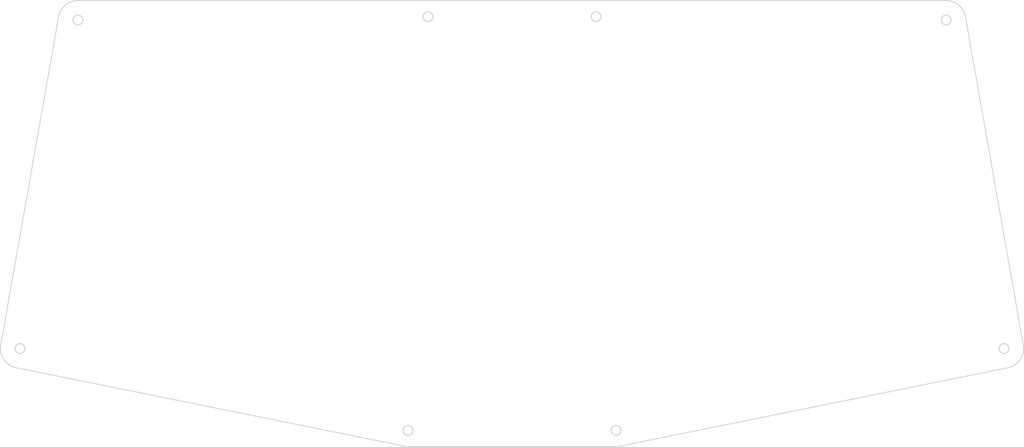
<source format=kicad_pcb>
(kicad_pcb (version 20200119) (host pcbnew "(5.99.0-1124-gd78759612)")

  (general
    (thickness 1.6)
    (drawings 456)
    (tracks 0)
    (modules 0)
    (nets 1)
  )

  (page "A4")
  (layers
    (0 "F.Cu" signal)
    (31 "B.Cu" signal)
    (32 "B.Adhes" user)
    (33 "F.Adhes" user)
    (34 "B.Paste" user)
    (35 "F.Paste" user)
    (36 "B.SilkS" user)
    (37 "F.SilkS" user)
    (38 "B.Mask" user)
    (39 "F.Mask" user)
    (40 "Dwgs.User" user)
    (41 "Cmts.User" user)
    (42 "Eco1.User" user)
    (43 "Eco2.User" user)
    (44 "Edge.Cuts" user)
    (45 "Margin" user)
    (46 "B.CrtYd" user)
    (47 "F.CrtYd" user)
    (48 "B.Fab" user)
    (49 "F.Fab" user)
  )

  (setup
    (last_trace_width 0.25)
    (trace_clearance 0.2)
    (zone_clearance 0.508)
    (zone_45_only no)
    (trace_min 0.2)
    (via_size 0.8)
    (via_drill 0.4)
    (via_min_size 0.4)
    (via_min_drill 0.3)
    (uvia_size 0.3)
    (uvia_drill 0.1)
    (uvias_allowed no)
    (uvia_min_size 0.2)
    (uvia_min_drill 0.1)
    (max_error 0.005)
    (defaults
      (edge_clearance 0.01)
      (edge_cuts_line_width 0.05)
      (courtyard_line_width 0.05)
      (copper_line_width 0.2)
      (copper_text_dims (size 1.5 1.5) (thickness 0.3))
      (silk_line_width 0.12)
      (silk_text_dims (size 1 1) (thickness 0.15))
      (other_layers_line_width 0.1)
      (other_layers_text_dims (size 1 1) (thickness 0.15))
      (dimension_units 0)
      (dimension_precision 1)
    )
    (pad_size 1.524 1.524)
    (pad_drill 0.762)
    (pad_to_mask_clearance 0.05)
    (aux_axis_origin 0 0)
    (visible_elements FFFFFF7F)
    (pcbplotparams
      (layerselection 0x010fc_ffffffff)
      (usegerberextensions false)
      (usegerberattributes false)
      (usegerberadvancedattributes false)
      (creategerberjobfile false)
      (excludeedgelayer true)
      (linewidth 0.100000)
      (plotframeref false)
      (viasonmask false)
      (mode 1)
      (useauxorigin false)
      (hpglpennumber 1)
      (hpglpenspeed 20)
      (hpglpendiameter 15.000000)
      (psnegative false)
      (psa4output false)
      (plotreference true)
      (plotvalue true)
      (plotinvisibletext false)
      (padsonsilk false)
      (subtractmaskfromsilk false)
      (outputformat 1)
      (mirror false)
      (drillshape 1)
      (scaleselection 1)
      (outputdirectory "")
    )
  )

  (net 0 "")

  (net_class "Default" "This is the default net class."
    (clearance 0.2)
    (trace_width 0.25)
    (via_dia 0.8)
    (via_drill 0.4)
    (uvia_dia 0.3)
    (uvia_drill 0.1)
  )

  (gr_line (start 135.600296 156.366394) (end 135.469284 156.230881) (layer "Edge.Cuts") (width 0.264582) (tstamp 1517d8cc-3ae1-4ad7-8506-ae85f67acc45))
  (gr_line (start 18.9003 131.293457) (end 18.757301 131.415604) (layer "Edge.Cuts") (width 0.264582) (tstamp dbaae3e2-378c-4387-99d3-1de7d595645f))
  (gr_line (start 136.444321 156.749436) (end 136.258301 156.716736) (layer "Edge.Cuts") (width 0.264582) (tstamp 4a73ec6e-4806-4dc6-af0d-90eb539a5f23))
  (gr_line (start 136.258301 156.716736) (end 136.078301 156.661042) (layer "Edge.Cuts") (width 0.264582) (tstamp 26304144-9409-45fe-bc71-0e53a80267c8))
  (gr_line (start 136.402443 153.773407) (end 136.590462 153.759003) (layer "Edge.Cuts") (width 0.264582) (tstamp cf292bb0-24f2-47af-b4ef-3248f693e81b))
  (gr_line (start 135.142281 155.560318) (end 135.116379 155.373764) (layer "Edge.Cuts") (width 0.264582) (tstamp d1cf5999-1661-4b48-a1d5-f0f8169f21c7))
  (gr_line (start 135.245461 154.639084) (end 135.334458 154.472779) (layer "Edge.Cuts") (width 0.264582) (tstamp 28cf5d33-b858-48e0-9a5f-69f157f5371f))
  (gr_line (start 135.116348 155.373764) (end 135.11335 155.18541) (layer "Edge.Cuts") (width 0.264582) (tstamp f0068daa-7ff5-4bec-9c75-009beb9f75d6))
  (gr_line (start 135.134461 154.998215) (end 135.178459 154.815171) (layer "Edge.Cuts") (width 0.264582) (tstamp aa64d7eb-d259-43ad-9b2a-3d3fbeb35aaa))
  (gr_line (start 18.067321 131.69986) (end 17.879312 131.714264) (layer "Edge.Cuts") (width 0.264582) (tstamp 75ee52a6-08c9-414c-afa9-92d248ea6226))
  (gr_line (start 136.77845 153.767838) (end 136.964462 153.800537) (layer "Edge.Cuts") (width 0.264582) (tstamp 08d3ec82-a1e0-4a87-a6e2-69b32d766de9))
  (gr_line (start 19.3353 130.474961) (end 19.291299 130.658066) (layer "Edge.Cuts") (width 0.264582) (tstamp 9f5eacfd-e22d-4a93-8415-7f8b69d72cf2))
  (gr_line (start 136.590462 153.758973) (end 136.77845 153.767975) (layer "Edge.Cuts") (width 0.264582) (tstamp 8308dc1c-9b3f-46dd-b201-0b9f7db606cd))
  (gr_line (start 19.291299 130.658066) (end 19.2243 130.834183) (layer "Edge.Cuts") (width 0.264582) (tstamp 2cffda90-6988-4a64-a913-a6b4226f14d9))
  (gr_line (start 19.2243 130.834183) (end 19.1363 131.000489) (layer "Edge.Cuts") (width 0.264582) (tstamp 495d7b64-96ab-432d-88ff-a842f784a8a6))
  (gr_line (start 135.442459 154.318802) (end 135.569458 154.179718) (layer "Edge.Cuts") (width 0.264582) (tstamp cb66f940-b0fe-49d5-9c88-819e26ab132e))
  (gr_line (start 135.263283 155.91626) (end 135.191284 155.742096) (layer "Edge.Cuts") (width 0.264582) (tstamp 046523e0-aa2d-474e-ae2a-eb0f1a52e728))
  (gr_line (start 135.7463 156.484452) (end 135.600296 156.366394) (layer "Edge.Cuts") (width 0.264582) (tstamp c2e30747-d718-4e2a-bd77-974cdf18d9a9))
  (gr_line (start 19.027301 131.154404) (end 18.9003 131.293457) (layer "Edge.Cuts") (width 0.264582) (tstamp cffba71b-eebe-405e-8d91-a88418f3cba7))
  (gr_line (start 18.757301 131.415604) (end 18.599311 131.518753) (layer "Edge.Cuts") (width 0.264582) (tstamp d86e40a1-7ce9-4057-ad1d-ce37ec638b0f))
  (gr_line (start 135.907303 156.583145) (end 135.7463 156.484452) (layer "Edge.Cuts") (width 0.264582) (tstamp 28e11a53-8cb5-461d-89d2-b9cef0ec9c03))
  (gr_line (start 18.251302 131.661957) (end 18.067321 131.69986) (layer "Edge.Cuts") (width 0.264582) (tstamp 0ce794be-6e88-4183-8368-4603868227c9))
  (gr_line (start 17.879312 131.714402) (end 17.691322 131.705399) (layer "Edge.Cuts") (width 0.264582) (tstamp f5ac87c3-7492-451d-a032-11b69a3db0c9))
  (gr_line (start 136.078301 156.661042) (end 135.907303 156.583145) (layer "Edge.Cuts") (width 0.264582) (tstamp 775dec47-c848-4da0-b3ba-00f9b5a162fb))
  (gr_line (start 135.569458 154.179718) (end 135.713448 154.057633) (layer "Edge.Cuts") (width 0.264582) (tstamp 557893ae-d305-45b0-8fd6-190443340b7a))
  (gr_line (start 135.334458 154.472779) (end 135.442459 154.318802) (layer "Edge.Cuts") (width 0.264582) (tstamp 7b2e4e46-fce3-4d92-9fdb-ecdf4d98d027))
  (gr_line (start 136.21846 153.811203) (end 136.402443 153.773407) (layer "Edge.Cuts") (width 0.264582) (tstamp 9806ad4e-0e83-4ed5-b371-a555448bdafa))
  (gr_line (start 135.713448 154.057633) (end 135.870445 153.954499) (layer "Edge.Cuts") (width 0.264582) (tstamp 82e21bbf-59a5-4ef3-ae37-7a642e837ee7))
  (gr_line (start 137.623451 154.150757) (end 137.753441 154.286255) (layer "Edge.Cuts") (width 0.264582) (tstamp e7c3925d-54d8-497b-ad92-8ea44b35aefe))
  (gr_line (start 137.31546 153.934037) (end 137.476471 154.03273) (layer "Edge.Cuts") (width 0.264582) (tstamp 09008067-506a-48ad-b733-c14180b13c4c))
  (gr_line (start 135.469284 156.230881) (end 135.356285 156.080063) (layer "Edge.Cuts") (width 0.264582) (tstamp accc5de1-0a4e-4bef-976d-07a4c257a44a))
  (gr_line (start 136.964462 153.800537) (end 137.144463 153.856232) (layer "Edge.Cuts") (width 0.264582) (tstamp f52576ab-13e9-4adf-b0a1-8926b60a92d0))
  (gr_line (start 135.113442 155.18541) (end 135.134339 154.998215) (layer "Edge.Cuts") (width 0.264582) (tstamp bad02a9c-8dc4-4da1-b09d-a6ba88c4dfc0))
  (gr_line (start 135.356285 156.080063) (end 135.263283 155.91626) (layer "Edge.Cuts") (width 0.264582) (tstamp 96465f96-be05-4262-b3b7-15957a706229))
  (gr_line (start 135.178459 154.815171) (end 135.245461 154.639084) (layer "Edge.Cuts") (width 0.264582) (tstamp bed1d92c-9c70-4572-8845-1b6fce8df245))
  (gr_line (start 135.191284 155.742096) (end 135.142281 155.560318) (layer "Edge.Cuts") (width 0.264582) (tstamp da6517a8-b776-4833-ad53-54563e889d57))
  (gr_line (start 136.040459 153.871903) (end 136.21846 153.811203) (layer "Edge.Cuts") (width 0.264582) (tstamp f9f27fa6-be35-4a82-a002-06c029b0a49c))
  (gr_line (start 18.430322 131.601258) (end 18.251302 131.661957) (layer "Edge.Cuts") (width 0.264582) (tstamp 2489953e-b8c2-4917-bbc6-967c160da084))
  (gr_line (start 137.476471 154.03273) (end 137.623451 154.150757) (layer "Edge.Cuts") (width 0.264582) (tstamp 45c79b50-c33c-4574-827d-dec15045bb76))
  (gr_line (start 19.20614 129.556977) (end 19.27814 129.73111) (layer "Edge.Cuts") (width 0.264582) (tstamp 3473e60e-20cb-4ed5-a37b-b314dc7e2a5f))
  (gr_line (start 135.870445 153.954499) (end 136.040459 153.871903) (layer "Edge.Cuts") (width 0.264582) (tstamp 389a7db1-280e-49f0-95c0-962554de9187))
  (gr_line (start 18.599311 131.518753) (end 18.430322 131.601258) (layer "Edge.Cuts") (width 0.264582) (tstamp 05144dc9-e882-448d-abd9-35416cf5ea8c))
  (gr_line (start 137.144463 153.856232) (end 137.31546 153.934037) (layer "Edge.Cuts") (width 0.264582) (tstamp 032ea292-9e90-40a8-91dd-970a0eabb0c0))
  (gr_line (start 19.27814 129.73111) (end 19.32714 129.912857) (layer "Edge.Cuts") (width 0.264582) (tstamp b902eb18-1c7f-42e4-bac7-c588f37b95d8))
  (gr_line (start 19.32714 129.912857) (end 19.35424 130.099411) (layer "Edge.Cuts") (width 0.264582) (tstamp 9100fa63-4e25-4323-b5e8-9ef30b0b03fd))
  (gr_line (start 19.35415 130.099411) (end 19.35715 130.287796) (layer "Edge.Cuts") (width 0.264582) (tstamp 8ffadc17-96b4-43ac-ab62-022c35ba998b))
  (gr_line (start 19.356311 130.287796) (end 19.33541 130.474961) (layer "Edge.Cuts") (width 0.264582) (tstamp ea207fe8-f086-4c4f-af55-458a662edb0e))
  (gr_line (start 19.1363 131.000489) (end 19.027301 131.154404) (layer "Edge.Cuts") (width 0.264582) (tstamp 84688fe3-34d8-4b7b-a9d9-70247bf1e7cb))
  (gr_line (start 300.820603 28.250412) (end 301.00058 28.194413) (layer "Edge.Cuts") (width 0.264582) (tstamp b5310f92-49aa-4405-9959-03e41fdf20f4))
  (gr_line (start 136.632599 156.758316) (end 136.444611 156.749314) (layer "Edge.Cuts") (width 0.264582) (tstamp b0c38757-131f-437f-8c78-66cf32d79b8e))
  (gr_line (start 300.342606 28.544411) (end 300.488571 28.426415) (layer "Edge.Cuts") (width 0.264582) (tstamp 003c1689-234f-41f8-931b-922f05774636))
  (gr_line (start 300.00557 28.994416) (end 300.098572 28.831406) (layer "Edge.Cuts") (width 0.264582) (tstamp f35cb056-5e0f-45dd-8ec0-6508f908b98f))
  (gr_line (start 300.310578 30.731408) (end 300.183579 30.592408) (layer "Edge.Cuts") (width 0.264582) (tstamp 06aa5f18-b345-4aeb-9b59-03919cdbc15c))
  (gr_line (start 300.183579 30.592408) (end 300.074555 30.438401) (layer "Edge.Cuts") (width 0.264582) (tstamp a8e6a2f0-3710-463c-b34e-d1b5fc230701))
  (gr_line (start 301.186615 28.161415) (end 301.374588 28.152413) (layer "Edge.Cuts") (width 0.264582) (tstamp 59a02748-765c-4b4d-8e95-3fb869583be7))
  (gr_line (start 299.919556 30.095391) (end 299.875549 29.9124) (layer "Edge.Cuts") (width 0.264582) (tstamp 28a7ac1c-9ebc-4ebe-a3a7-68afb3f1dd9c))
  (gr_line (start 302.094589 28.348313) (end 302.252579 28.451294) (layer "Edge.Cuts") (width 0.264582) (tstamp 13134415-cde6-4943-9d4f-fa15c472d4fb))
  (gr_line (start 137.753441 154.286255) (end 137.86644 154.437073) (layer "Edge.Cuts") (width 0.264582) (tstamp bfcb45c6-6787-4199-9a2f-1197bd939220))
  (gr_line (start 137.86644 154.437073) (end 137.959442 154.600876) (layer "Edge.Cuts") (width 0.264582) (tstamp c136bdd1-9d6e-4cf4-b21a-701b47479361))
  (gr_line (start 300.453583 30.853409) (end 300.310578 30.731408) (layer "Edge.Cuts") (width 0.264582) (tstamp 3fd393f3-9de3-4dbd-b2df-eae5de7a22d3))
  (gr_line (start 137.959442 154.600876) (end 138.031441 154.775071) (layer "Edge.Cuts") (width 0.264582) (tstamp 369e99c2-c763-4d7a-944b-e219f0f1f56b))
  (gr_line (start 138.031441 154.775071) (end 138.081444 154.956818) (layer "Edge.Cuts") (width 0.264582) (tstamp 0bfd4df4-83cc-466a-98ac-b11a02cdc533))
  (gr_line (start 138.109612 155.331726) (end 138.088715 155.518921) (layer "Edge.Cuts") (width 0.264582) (tstamp 4e3fad73-1ebd-4445-b81d-579207dd43c3))
  (gr_line (start 301.746597 28.204316) (end 301.925614 28.265313) (layer "Edge.Cuts") (width 0.264582) (tstamp 7ec47b31-5dc1-4095-b873-06ba2459381c))
  (gr_line (start 138.088608 155.518921) (end 138.044609 155.701996) (layer "Edge.Cuts") (width 0.264582) (tstamp 5e1cc73c-d95e-4095-b198-367d49cb9bd7))
  (gr_line (start 299.854508 29.725403) (end 299.857514 29.537415) (layer "Edge.Cuts") (width 0.264582) (tstamp 78c8b357-e9b0-4942-8cb1-fcd81f3fcc3b))
  (gr_line (start 301.00058 28.194413) (end 301.186615 28.161415) (layer "Edge.Cuts") (width 0.264582) (tstamp 4d250482-2515-4d37-8d62-0da043d8bd35))
  (gr_line (start 137.780586 156.198334) (end 137.653588 156.337418) (layer "Edge.Cuts") (width 0.264582) (tstamp e50d343a-c6d6-41cb-9b45-6e41ac5ef33a))
  (gr_line (start 137.51059 156.459534) (end 137.3526 156.562653) (layer "Edge.Cuts") (width 0.264582) (tstamp 1edc0cd0-7e91-4de5-b013-91ea2f580522))
  (gr_line (start 299.986557 30.2724) (end 299.919556 30.095391) (layer "Edge.Cuts") (width 0.264582) (tstamp e49cfeec-b2a4-4351-92c9-4a720a9219a0))
  (gr_line (start 138.107407 155.143372) (end 138.110405 155.331726) (layer "Edge.Cuts") (width 0.264582) (tstamp 61509f58-1f00-48ff-a842-59c0f9bb3013))
  (gr_line (start 137.653588 156.337418) (end 137.51059 156.459534) (layer "Edge.Cuts") (width 0.264582) (tstamp 3d35d956-eb25-473b-826b-d133819bf936))
  (gr_line (start 138.081444 154.956818) (end 138.107346 155.143372) (layer "Edge.Cuts") (width 0.264582) (tstamp 1e345c3c-bcb9-4334-af99-a6376ac888bf))
  (gr_line (start 137.3526 156.562653) (end 137.183609 156.645249) (layer "Edge.Cuts") (width 0.264582) (tstamp cd9abcd8-846c-46bb-b338-54a0f7300645))
  (gr_line (start 301.925614 28.265313) (end 302.094589 28.348313) (layer "Edge.Cuts") (width 0.264582) (tstamp 494731ef-bb13-4ac8-b131-cf287ecc1d17))
  (gr_line (start 299.857514 29.537415) (end 299.884613 29.350418) (layer "Edge.Cuts") (width 0.264582) (tstamp 6291f176-7a90-4f4b-8f11-43315f928e08))
  (gr_line (start 137.889588 156.044388) (end 137.780586 156.198334) (layer "Edge.Cuts") (width 0.264582) (tstamp 25747cb6-3756-440e-8675-d9e36bf6616a))
  (gr_line (start 300.611557 30.956391) (end 300.453583 30.853409) (layer "Edge.Cuts") (width 0.264582) (tstamp d6fbc02d-5714-4f7f-b54a-c8978186c70b))
  (gr_line (start 301.374588 28.152413) (end 301.562576 28.167313) (layer "Edge.Cuts") (width 0.264582) (tstamp a42cd0d8-26c8-4265-8a34-dd9bed4b8109))
  (gr_line (start 300.780579 31.039391) (end 300.611557 30.956391) (layer "Edge.Cuts") (width 0.264582) (tstamp f8b06ded-e32d-44b1-b078-64802cab688f))
  (gr_line (start 138.044609 155.701996) (end 137.977608 155.878067) (layer "Edge.Cuts") (width 0.264582) (tstamp e977f8e5-16e2-412a-96b4-7f5a4dd35ed0))
  (gr_line (start 137.977585 155.878067) (end 137.889588 156.044388) (layer "Edge.Cuts") (width 0.264582) (tstamp 4737e833-47e0-41ef-95d8-9fbe2baa925b))
  (gr_line (start 137.183609 156.645249) (end 137.004601 156.705948) (layer "Edge.Cuts") (width 0.264582) (tstamp 4c9e13e9-7ce2-48d8-b619-13853c3544a9))
  (gr_line (start 137.004601 156.705948) (end 136.820587 156.743851) (layer "Edge.Cuts") (width 0.264582) (tstamp 7cda45c7-38d6-4134-9208-36d9410220f9))
  (gr_line (start 136.820587 156.743851) (end 136.632599 156.758255) (layer "Edge.Cuts") (width 0.264582) (tstamp 79473ee9-4f6c-41dc-88fd-c9c09a3af552))
  (gr_line (start 301.143555 31.13739) (end 300.959564 31.099388) (layer "Edge.Cuts") (width 0.264582) (tstamp 298ae383-fe7c-49a8-bec4-9e337b20ccc6))
  (gr_line (start 300.959564 31.099388) (end 300.780579 31.039391) (layer "Edge.Cuts") (width 0.264582) (tstamp d8818667-8fc6-4c1e-abb8-c1bc3495f9af))
  (gr_line (start 300.074555 30.438401) (end 299.986557 30.2724) (layer "Edge.Cuts") (width 0.264582) (tstamp 76a23996-c9de-4985-af09-9480f8769af7))
  (gr_line (start 299.875549 29.9124) (end 299.854645 29.725403) (layer "Edge.Cuts") (width 0.264582) (tstamp 0efca401-8feb-4bf2-9314-09409f1c8d98))
  (gr_line (start 300.211579 28.680413) (end 300.342606 28.544411) (layer "Edge.Cuts") (width 0.264582) (tstamp 0f609839-bebe-405e-9e6b-b3b17ad31cdf))
  (gr_line (start 299.884567 29.350418) (end 299.933563 29.169396) (layer "Edge.Cuts") (width 0.264582) (tstamp c692c81a-ec0d-46b9-82b8-c0f0dbf0c8b5))
  (gr_line (start 300.649597 28.327416) (end 300.820603 28.250412) (layer "Edge.Cuts") (width 0.264582) (tstamp ad413aa3-c18a-4501-a7c1-f0b0324a4571))
  (gr_line (start 299.933563 29.169396) (end 300.00557 28.994416) (layer "Edge.Cuts") (width 0.264582) (tstamp c55a317b-22db-4ecb-8a87-20485e2d30bb))
  (gr_line (start 300.098572 28.831406) (end 300.211579 28.680413) (layer "Edge.Cuts") (width 0.264582) (tstamp c61548f7-8738-4d8a-8e4e-2a813b5ed1b9))
  (gr_line (start 300.488571 28.426415) (end 300.649597 28.327416) (layer "Edge.Cuts") (width 0.264582) (tstamp b5a1600c-11ad-448b-9db4-e08db211e031))
  (gr_line (start 301.562576 28.167313) (end 301.746597 28.204316) (layer "Edge.Cuts") (width 0.264582) (tstamp 2b64f7b6-abf0-4207-9a59-89da0b586a77))
  (gr_line (start 194.941849 27.290123) (end 195.098847 27.393143) (layer "Edge.Cuts") (width 0.264582) (tstamp 721f8545-67eb-4ce8-9e55-990b1bfc172a))
  (gr_line (start 195.54892 29.251122) (end 195.455918 29.415123) (layer "Edge.Cuts") (width 0.264582) (tstamp 6996f0d3-5046-446c-b292-866816f87b43))
  (gr_line (start 195.566834 27.974129) (end 195.633835 28.150116) (layer "Edge.Cuts") (width 0.264582) (tstamp c23428cc-71f7-431c-b947-25d6f4cd8c12))
  (gr_line (start 195.620926 29.077134) (end 195.54892 29.251122) (layer "Edge.Cuts") (width 0.264582) (tstamp f4ebb3aa-9b28-480c-aef2-a352592ce33d))
  (gr_line (start 195.455918 29.415123) (end 195.342911 29.566132) (layer "Edge.Cuts") (width 0.264582) (tstamp 072c7105-7479-4d8b-8161-ab762c30d3a4))
  (gr_line (start 318.875656 131.70047) (end 318.691605 131.662567) (layer "Edge.Cuts") (width 0.264582) (tstamp 729e7acb-bc83-4d19-bf5a-f51f16a3b432))
  (gr_line (start 195.064896 29.82013) (end 194.904907 29.918129) (layer "Edge.Cuts") (width 0.264582) (tstamp 87175fc5-f9c4-4c1e-8f98-89c0cc465574))
  (gr_line (start 195.098847 27.393143) (end 195.242859 27.515114) (layer "Edge.Cuts") (width 0.264582) (tstamp 23c228d7-de57-4f60-9cff-eea442df9ee9))
  (gr_line (start 195.242859 27.515114) (end 195.369858 27.654137) (layer "Edge.Cuts") (width 0.264582) (tstamp 5a666913-defe-4f8f-9354-64db09e5a94c))
  (gr_line (start 195.369858 27.654137) (end 195.477829 27.808129) (layer "Edge.Cuts") (width 0.264582) (tstamp fd986223-1009-449a-a35f-9d1b1f4f3514))
  (gr_line (start 195.477829 27.808129) (end 195.566834 27.974129) (layer "Edge.Cuts") (width 0.264582) (tstamp 44fe1ed8-f1f6-4c09-ba66-ac32ba531c39))
  (gr_line (start 195.633835 28.150116) (end 195.677841 28.333138) (layer "Edge.Cuts") (width 0.264582) (tstamp 9a352fde-d426-4224-8dd7-9eed62af35d6))
  (gr_line (start 194.904907 29.918129) (end 194.73291 29.996132) (layer "Edge.Cuts") (width 0.264582) (tstamp 75581837-aab7-4716-9199-6f9a21af35f2))
  (gr_line (start 195.677841 28.333138) (end 195.698746 28.521126) (layer "Edge.Cuts") (width 0.264582) (tstamp 739aa876-6264-411f-aa68-33cfe4c8a963))
  (gr_line (start 194.73291 29.996132) (end 194.552918 30.052132) (layer "Edge.Cuts") (width 0.264582) (tstamp 04b156fc-b0d8-468b-9dce-c603de9d822e))
  (gr_line (start 195.698868 28.521126) (end 195.695862 28.709145) (layer "Edge.Cuts") (width 0.264582) (tstamp 703a4633-a101-4cdd-91ae-e88fdd733639))
  (gr_line (start 195.695969 28.709145) (end 195.669968 28.896141) (layer "Edge.Cuts") (width 0.264582) (tstamp 37b603db-a099-4137-8a59-61e3cafcdc1f))
  (gr_line (start 195.669922 28.896141) (end 195.620926 29.077134) (layer "Edge.Cuts") (width 0.264582) (tstamp 6867782d-cbde-4ceb-9a7a-75821bea2305))
  (gr_line (start 195.211899 29.702141) (end 195.064896 29.82013) (layer "Edge.Cuts") (width 0.264582) (tstamp 4727d7db-ebf2-4ade-a40b-de5d03885a96))
  (gr_line (start 194.36792 30.085129) (end 194.179917 30.094132) (layer "Edge.Cuts") (width 0.264582) (tstamp 6aa03afc-2824-4126-962b-40e8140e95e0))
  (gr_line (start 194.179917 30.094132) (end 193.991928 30.079232) (layer "Edge.Cuts") (width 0.264582) (tstamp 7846b4bc-6be8-4021-84c7-737de59e388c))
  (gr_line (start 195.342911 29.566132) (end 195.211899 29.702141) (layer "Edge.Cuts") (width 0.264582) (tstamp efcc1a84-0758-48c3-aa11-06573ae2569a))
  (gr_line (start 194.552918 30.052132) (end 194.36792 30.085129) (layer "Edge.Cuts") (width 0.264582) (tstamp 1a0dbb8c-16df-4596-a770-dd36ae519b60))
  (gr_line (start 194.771866 27.207123) (end 194.941849 27.290123) (layer "Edge.Cuts") (width 0.264582) (tstamp 30c5bb43-4b2b-4f2a-8bdc-f3b86acea575))
  (gr_line (start 318.042618 131.294037) (end 317.915604 131.154953) (layer "Edge.Cuts") (width 0.264582) (tstamp aa86073b-ed23-4666-867b-807d726ea6ab))
  (gr_line (start 318.918595 128.724427) (end 319.106583 128.715424) (layer "Edge.Cuts") (width 0.264582) (tstamp b3cbe80d-00cc-4d80-a131-18dce773e06a))
  (gr_line (start 317.830582 129.393708) (end 317.943588 129.242844) (layer "Edge.Cuts") (width 0.264582) (tstamp 35a0d1db-a9e6-47b1-a54d-12d9f6936b38))
  (gr_line (start 317.915604 131.154953) (end 317.806626 131.001038) (layer "Edge.Cuts") (width 0.264582) (tstamp bb08ebd2-6cd6-439a-85bb-9fd01736857e))
  (gr_line (start 317.718613 130.834717) (end 317.651627 130.658631) (layer "Edge.Cuts") (width 0.264582) (tstamp 9294b9b9-29d2-478a-844d-f8b466f7bd29))
  (gr_line (start 317.651627 130.658631) (end 317.60762 130.475556) (layer "Edge.Cuts") (width 0.264582) (tstamp 25a3e226-538d-4590-a120-e8767f271ff9))
  (gr_line (start 317.589615 130.099945) (end 317.616715 129.913422) (layer "Edge.Cuts") (width 0.264582) (tstamp d81e75c1-0a69-4991-b551-eb824991bf4a))
  (gr_line (start 317.586624 130.288361) (end 317.589615 130.099945) (layer "Edge.Cuts") (width 0.264582) (tstamp e4d8c254-67bb-45cc-aab2-348bdbcb96aa))
  (gr_line (start 318.073593 129.107346) (end 318.220566 128.989319) (layer "Edge.Cuts") (width 0.264582) (tstamp 5ff2dab4-a576-49ea-893a-8bb7f2e1b1ac))
  (gr_line (start 318.552567 128.812821) (end 318.73259 128.757126) (layer "Edge.Cuts") (width 0.264582) (tstamp 818db20f-44d6-43bb-a8d8-b04c2941c11a))
  (gr_line (start 317.665604 129.731644) (end 317.737595 129.557511) (layer "Edge.Cuts") (width 0.264582) (tstamp 1deed75c-600b-4d81-9abe-460a20fcc2fc))
  (gr_line (start 317.737595 129.557511) (end 317.830582 129.393708) (layer "Edge.Cuts") (width 0.264582) (tstamp 416c0377-4c79-4d53-9f16-e49230b97185))
  (gr_line (start 317.60762 130.475556) (end 317.586716 130.288361) (layer "Edge.Cuts") (width 0.264582) (tstamp dca41df9-5edb-4d5b-9c16-d7773d65b734))
  (gr_line (start 317.616593 129.913422) (end 317.665604 129.731644) (layer "Edge.Cuts") (width 0.264582) (tstamp 68d6c09e-0a89-4fe1-902a-bef56f6fa6a5))
  (gr_line (start 317.943588 129.242844) (end 318.073593 129.107346) (layer "Edge.Cuts") (width 0.264582) (tstamp 2262b3b6-08a7-4fc7-bfbe-7a5032c0a737))
  (gr_line (start 318.220566 128.989319) (end 318.381577 128.890625) (layer "Edge.Cuts") (width 0.264582) (tstamp 47381ead-f486-494c-89e9-64ce64f21d8f))
  (gr_line (start 318.381577 128.890625) (end 318.552567 128.812821) (layer "Edge.Cuts") (width 0.264582) (tstamp 1a6ae5a4-e7cf-4832-8b9c-3d214b725dd3))
  (gr_line (start 319.106583 128.715561) (end 319.294602 128.729966) (layer "Edge.Cuts") (width 0.264582) (tstamp 9f73a997-02c9-49f6-bc38-8404641e2acc))
  (gr_line (start 318.73259 128.757126) (end 318.918595 128.724427) (layer "Edge.Cuts") (width 0.264582) (tstamp ba67f976-0e51-45be-a726-3d922ea4a4bb))
  (gr_line (start 318.691605 131.662567) (end 318.512589 131.601868) (layer "Edge.Cuts") (width 0.264582) (tstamp dae30b91-e5b4-4b39-b0db-9c5199fb2bcc))
  (gr_line (start 318.512589 131.601868) (end 318.343613 131.519364) (layer "Edge.Cuts") (width 0.264582) (tstamp d15cf146-bc03-406b-a920-a66c1692c9b7))
  (gr_line (start 318.343613 131.519364) (end 318.185654 131.416153) (layer "Edge.Cuts") (width 0.264582) (tstamp 99cd9c3a-0df9-47b4-b85a-9cd4f835c100))
  (gr_line (start 317.806626 131.001038) (end 317.718613 130.834717) (layer "Edge.Cuts") (width 0.264582) (tstamp 074c0098-7765-43bc-aa96-5cf80c536d97))
  (gr_line (start 318.185654 131.416153) (end 318.042618 131.294037) (layer "Edge.Cuts") (width 0.264582) (tstamp 9ac85ba4-5812-422f-a36a-9089b8fc45c8))
  (gr_line (start 319.826615 128.911164) (end 319.983597 129.014267) (layer "Edge.Cuts") (width 0.264582) (tstamp 9d6688ba-b5ab-4588-b0ae-9d6e845bb707))
  (gr_line (start 320.127609 129.136383) (end 320.254624 129.275467) (layer "Edge.Cuts") (width 0.264582) (tstamp 663d5d1b-3b2f-40dc-8dda-bb2981a8675b))
  (gr_line (start 319.983597 129.014267) (end 320.127609 129.136383) (layer "Edge.Cuts") (width 0.264582) (tstamp 671730eb-5c2c-4940-b00c-929619bf8e9c))
  (gr_line (start 320.362595 129.429398) (end 320.451584 129.595795) (layer "Edge.Cuts") (width 0.264582) (tstamp 41bdd42e-5aae-40fa-80e7-a0aa403421fe))
  (gr_line (start 320.583634 130.14206) (end 320.580643 130.330475) (layer "Edge.Cuts") (width 0.264582) (tstamp 7583e6c4-5f7b-460e-b1a5-6efe1c5d0e9e))
  (gr_line (start 320.51857 129.77179) (end 320.562576 129.954895) (layer "Edge.Cuts") (width 0.264582) (tstamp d10f5671-2931-40b9-8a07-d0328bde1942))
  (gr_line (start 320.451584 129.595795) (end 320.51857 129.77179) (layer "Edge.Cuts") (width 0.264582) (tstamp c955fa86-d3f7-4ea7-93c9-b0609adff51f))
  (gr_line (start 319.789749 131.539795) (end 319.618759 131.617691) (layer "Edge.Cuts") (width 0.264582) (tstamp d30ab2f9-1cd0-4d4d-bb9e-edba240a1550))
  (gr_line (start 320.580765 130.330475) (end 320.554856 130.516999) (layer "Edge.Cuts") (width 0.264582) (tstamp c9882db9-49ec-4437-bc62-946e3dd7d06c))
  (gr_line (start 320.554794 130.516999) (end 320.505783 130.698777) (layer "Edge.Cuts") (width 0.264582) (tstamp 8d336223-b06f-4d7d-86ee-64bc9c37c7a2))
  (gr_line (start 320.433792 130.872986) (end 320.340805 131.036713) (layer "Edge.Cuts") (width 0.264582) (tstamp ae26e0dd-8a9d-416d-b149-9308a8524cb8))
  (gr_line (start 320.562576 129.954895) (end 320.583481 130.14206) (layer "Edge.Cuts") (width 0.264582) (tstamp 1e8423eb-0fea-44ae-99a9-aa882c7b336c))
  (gr_line (start 320.505783 130.698777) (end 320.433792 130.872986) (layer "Edge.Cuts") (width 0.264582) (tstamp 14e128ce-1f3e-461b-84e3-3e63915aa843))
  (gr_line (start 320.340805 131.036713) (end 320.227799 131.187577) (layer "Edge.Cuts") (width 0.264582) (tstamp 8ab20507-604c-41de-ba99-e9bbe926c801))
  (gr_line (start 319.438767 131.673386) (end 319.252731 131.706086) (layer "Edge.Cuts") (width 0.264582) (tstamp 914cbe42-a01c-42f6-9fec-a3496c2f8a29))
  (gr_line (start 319.252731 131.706086) (end 319.064774 131.715088) (layer "Edge.Cuts") (width 0.264582) (tstamp a4f3c7dd-3792-4c57-9ab1-a983f0f475f0))
  (gr_line (start 319.294602 128.729966) (end 319.478623 128.767868) (layer "Edge.Cuts") (width 0.264582) (tstamp c669daaf-1600-4d62-aaac-ce839e6715ef))
  (gr_line (start 319.656571 128.828568) (end 319.826615 128.911164) (layer "Edge.Cuts") (width 0.264582) (tstamp c62a0fed-073d-4a00-b345-95d713393b30))
  (gr_line (start 320.227799 131.187577) (end 320.096787 131.323075) (layer "Edge.Cuts") (width 0.264582) (tstamp 7fab3528-5bbc-4141-afeb-0fc86ac429bc))
  (gr_line (start 320.096787 131.323075) (end 319.950791 131.441101) (layer "Edge.Cuts") (width 0.264582) (tstamp e226f47a-0109-43c6-81dc-0ef9c031fa6f))
  (gr_line (start 320.254624 129.275467) (end 320.362595 129.429398) (layer "Edge.Cuts") (width 0.264582) (tstamp 24c65bae-b50f-41da-8c8b-37eb89b7c58a))
  (gr_line (start 319.950791 131.441101) (end 319.789749 131.539795) (layer "Edge.Cuts") (width 0.264582) (tstamp d2acd4af-a284-4d14-bb40-e7055e8081b0))
  (gr_line (start 319.618759 131.617691) (end 319.438767 131.673386) (layer "Edge.Cuts") (width 0.264582) (tstamp d2e69f12-f101-41d0-84c4-fc082c025ae5))
  (gr_line (start 319.478623 128.767868) (end 319.656571 128.828568) (layer "Edge.Cuts") (width 0.264582) (tstamp 5bb02853-0af6-4e3b-9b31-58d63bc53d5b))
  (gr_line (start 198.834732 155.33226) (end 198.837738 155.143906) (layer "Edge.Cuts") (width 0.264582) (tstamp 325e2c4a-f7fb-465f-89f0-25fe44f79ada))
  (gr_line (start 199.320877 154.151352) (end 199.46788 154.033295) (layer "Edge.Cuts") (width 0.264582) (tstamp d9935bf9-2b0d-41bc-945a-f4200c6d5413))
  (gr_line (start 199.799896 153.856797) (end 199.979889 153.801102) (layer "Edge.Cuts") (width 0.264582) (tstamp 38c62f58-8465-4e97-a976-e6997768c1a3))
  (gr_line (start 198.836945 155.143906) (end 198.862839 154.957383) (layer "Edge.Cuts") (width 0.264582) (tstamp ade9139f-146b-4a58-8863-d8f379e8a50b))
  (gr_line (start 198.966751 155.878617) (end 198.89975 155.70253) (layer "Edge.Cuts") (width 0.264582) (tstamp da138e6e-0843-4673-9664-4b926341729b))
  (gr_line (start 198.855744 155.519455) (end 198.834839 155.33226) (layer "Edge.Cuts") (width 0.264582) (tstamp f2ce7a43-bbd2-4bfd-937d-5bd4921f0fba))
  (gr_line (start 199.077881 154.437622) (end 199.190888 154.286835) (layer "Edge.Cuts") (width 0.264582) (tstamp c3dd780f-e30b-4d69-90e3-ceaa47331ee0))
  (gr_line (start 199.628891 153.934601) (end 199.799896 153.856797) (layer "Edge.Cuts") (width 0.264582) (tstamp 13e34ecc-6b7b-4a6c-8f90-e5ea4607eb8c))
  (gr_line (start 199.190888 154.286835) (end 199.320877 154.151352) (layer "Edge.Cuts") (width 0.264582) (tstamp 5978023d-0ad3-45b0-aa69-5a9a3c6e5524))
  (gr_line (start 199.433746 156.460083) (end 199.290741 156.337967) (layer "Edge.Cuts") (width 0.264582) (tstamp cfa98e46-297e-4b4e-acb8-f2eb5c3ef392))
  (gr_line (start 198.984879 154.601426) (end 199.077881 154.437622) (layer "Edge.Cuts") (width 0.264582) (tstamp 4a1038fc-582b-47e5-aa10-8255e5a7bfbe))
  (gr_line (start 199.760758 156.645813) (end 199.591767 156.563218) (layer "Edge.Cuts") (width 0.264582) (tstamp 7e478c3d-83bc-40ae-b570-4153538d9fe1))
  (gr_line (start 199.979889 153.801102) (end 200.165863 153.768402) (layer "Edge.Cuts") (width 0.264582) (tstamp a8f71eb6-4e5d-4447-ac45-1d758658555a))
  (gr_line (start 199.591767 156.563218) (end 199.433746 156.460083) (layer "Edge.Cuts") (width 0.264582) (tstamp 65aacf31-90ce-4a12-a660-3813dd803014))
  (gr_line (start 199.46788 154.033295) (end 199.628891 153.934601) (layer "Edge.Cuts") (width 0.264582) (tstamp c886032d-0f3c-4e4d-be47-4adc50a96690))
  (gr_line (start 199.290741 156.337967) (end 199.163742 156.198883) (layer "Edge.Cuts") (width 0.264582) (tstamp 8bd9ef78-1402-4d5a-9dc1-b7bd08bbb042))
  (gr_line (start 319.064774 131.714981) (end 318.876785 131.700577) (layer "Edge.Cuts") (width 0.264582) (tstamp efd0df88-f693-4715-a358-cd65c0343f53))
  (gr_line (start 199.939743 156.706513) (end 199.760758 156.645813) (layer "Edge.Cuts") (width 0.264582) (tstamp 922865b2-d687-4fd7-97d3-38313aece367))
  (gr_line (start 199.163742 156.198883) (end 199.054749 156.044937) (layer "Edge.Cuts") (width 0.264582) (tstamp 8ebdc640-7bef-44f5-9d96-a6baeaea9858))
  (gr_line (start 198.912872 154.775605) (end 198.984879 154.601426) (layer "Edge.Cuts") (width 0.264582) (tstamp 39c17260-e9f6-4601-b4f6-3bb276f3bdb7))
  (gr_line (start 198.862869 154.957383) (end 198.912872 154.775605) (layer "Edge.Cuts") (width 0.264582) (tstamp 93262c86-0006-4143-8477-cce77a88b5b7))
  (gr_line (start 200.123749 156.744416) (end 199.939743 156.706513) (layer "Edge.Cuts") (width 0.264582) (tstamp faac6090-9a5d-4a2f-8da4-ec5a70538e8c))
  (gr_line (start 199.054749 156.044937) (end 198.966751 155.878617) (layer "Edge.Cuts") (width 0.264582) (tstamp a390f6b6-8bf2-4c29-a796-cf277b11cf35))
  (gr_line (start 198.89975 155.70253) (end 198.855744 155.519455) (layer "Edge.Cuts") (width 0.264582) (tstamp de7effa8-880a-4668-ad36-45044de92b1a))
  (gr_line (start 201.698883 154.639771) (end 201.765885 154.815842) (layer "Edge.Cuts") (width 0.264582) (tstamp 2fcb1e11-c2eb-49e4-add7-d7b1b8df56ed))
  (gr_line (start 201.474991 156.231552) (end 201.343979 156.367081) (layer "Edge.Cuts") (width 0.264582) (tstamp a3a69a48-2103-4938-9362-312fb54d3615))
  (gr_line (start 201.343979 156.367081) (end 201.197983 156.485108) (layer "Edge.Cuts") (width 0.264582) (tstamp 179e94bf-7e1a-41c3-92c9-f00ca3298a00))
  (gr_line (start 201.036972 156.583802) (end 200.865967 156.661606) (layer "Edge.Cuts") (width 0.264582) (tstamp ca417349-7930-4fe5-91a9-5047a57f3597))
  (gr_line (start 200.725876 153.81189) (end 200.90387 153.872589) (layer "Edge.Cuts") (width 0.264582) (tstamp d2d7fc23-b030-4152-bcf2-ba3aaa946039))
  (gr_line (start 200.90387 153.872589) (end 201.073883 153.955185) (layer "Edge.Cuts") (width 0.264582) (tstamp b64b78da-f5d0-4626-a200-2de35077f40d))
  (gr_line (start 201.830918 155.186081) (end 201.827912 155.374436) (layer "Edge.Cuts") (width 0.264582) (tstamp cec45674-f7ba-49af-867a-d275a96fd19c))
  (gr_line (start 201.681 155.916916) (end 201.587998 156.080719) (layer "Edge.Cuts") (width 0.264582) (tstamp 2e8cb681-a294-43fb-bb87-e2f7253aede9))
  (gr_line (start 201.809891 154.998917) (end 201.830795 155.186081) (layer "Edge.Cuts") (width 0.264582) (tstamp 5882fc64-7eba-4b57-ac9e-eb8fa10354d1))
  (gr_line (start 201.073883 153.955185) (end 201.23085 154.058304) (layer "Edge.Cuts") (width 0.264582) (tstamp 6f53b2e4-2b46-4c80-b047-cd60b1686fb8))
  (gr_line (start 201.23085 154.058304) (end 201.374863 154.18039) (layer "Edge.Cuts") (width 0.264582) (tstamp b79e2437-5ac4-4287-a33e-416983c458c1))
  (gr_line (start 201.501862 154.319474) (end 201.609879 154.47345) (layer "Edge.Cuts") (width 0.264582) (tstamp ad16c6f7-017c-44a6-9a58-c175c688bfd8))
  (gr_line (start 201.765885 154.815842) (end 201.809891 154.998917) (layer "Edge.Cuts") (width 0.264582) (tstamp e74a6189-93e8-42b4-a148-0cdbab45a217))
  (gr_line (start 201.802002 155.561005) (end 201.753006 155.742752) (layer "Edge.Cuts") (width 0.264582) (tstamp bd8e0a7e-20c3-43f6-a75f-7507b03cbabc))
  (gr_line (start 201.753006 155.742752) (end 201.681 155.916916) (layer "Edge.Cuts") (width 0.264582) (tstamp 0cb0fbb9-5a8e-4ed5-9217-edd6376325fd))
  (gr_line (start 201.197983 156.485108) (end 201.036972 156.583802) (layer "Edge.Cuts") (width 0.264582) (tstamp a949360d-122e-456b-a360-551b6448faeb))
  (gr_line (start 201.587998 156.080719) (end 201.474991 156.231552) (layer "Edge.Cuts") (width 0.264582) (tstamp 56087344-0fd5-426a-8ed0-a16d076ede71))
  (gr_line (start 200.165863 153.768402) (end 200.353882 153.7594) (layer "Edge.Cuts") (width 0.264582) (tstamp 476b786d-ad86-4f34-984f-23eb38b09174))
  (gr_line (start 200.353882 153.759537) (end 200.54187 153.773941) (layer "Edge.Cuts") (width 0.264582) (tstamp 4564844d-9a53-42ef-bda4-de0532bd4d0b))
  (gr_line (start 200.54187 153.773987) (end 200.725876 153.81189) (layer "Edge.Cuts") (width 0.264582) (tstamp f9e7cc73-47ec-4f06-9d17-3e53f70eb946))
  (gr_line (start 201.374863 154.18039) (end 201.501862 154.319474) (layer "Edge.Cuts") (width 0.264582) (tstamp a4ef9ee2-063d-488d-bca0-d6cd875197ef))
  (gr_line (start 201.609879 154.47345) (end 201.698883 154.639771) (layer "Edge.Cuts") (width 0.264582) (tstamp 43cfb455-5f51-4674-b2fc-5fa6940f8a79))
  (gr_line (start 201.828034 155.374436) (end 201.802033 155.561005) (layer "Edge.Cuts") (width 0.264582) (tstamp acb9530d-1793-4997-ba61-08627732563f))
  (gr_line (start 200.865967 156.661606) (end 200.685974 156.717301) (layer "Edge.Cuts") (width 0.264582) (tstamp 4f4ea671-b24b-4428-801a-b2e88d98ca47))
  (gr_line (start 303.638596 24.105584) (end 302.925614 23.862587) (layer "Edge.Cuts") (width 0.264582) (tstamp 9dcf8c94-efed-402f-b87f-8f2d619f1258))
  (gr_line (start 302.925614 23.862587) (end 302.187546 23.710579) (layer "Edge.Cuts") (width 0.264582) (tstamp 54cf0e53-6597-445d-8df6-d891c71e8ee7))
  (gr_line (start 307.261582 28.610573) (end 307.08458 27.878571) (layer "Edge.Cuts") (width 0.264582) (tstamp 001da40b-6326-4925-bb3d-5116f7cdec51))
  (gr_line (start 306.816574 27.173584) (end 306.46257 26.508583) (layer "Edge.Cuts") (width 0.264582) (tstamp 04201562-5d32-4ca8-8be9-c6f6842162fd))
  (gr_line (start 201.000519 160.1633) (end 201.742523 160.032471) (layer "Edge.Cuts") (width 0.264582) (tstamp 1869c74d-cebe-4d97-9809-8d4d3b25b9f1))
  (gr_line (start 15.727281 135.824051) (end 16.447252 136.046875) (layer "Edge.Cuts") (width 0.264582) (tstamp 3acbda8f-f1d1-4ba2-9461-268758475058))
  (gr_line (start 34.121151 29.95456) (end 34.094052 29.767563) (layer "Edge.Cuts") (width 0.264582) (tstamp 8cc5c208-a134-4054-b333-fbe85f150f71))
  (gr_line (start 35.423141 31.143563) (end 35.237131 31.110566) (layer "Edge.Cuts") (width 0.264582) (tstamp 97437e88-25c3-4b57-8ad6-433e6e557c7c))
  (gr_line (start 34.420971 28.712571) (end 34.547971 28.573571) (layer "Edge.Cuts") (width 0.264582) (tstamp b49fdc5d-8242-4fdf-ae04-0e9667755107))
  (gr_line (start 35.057131 31.054566) (end 34.886131 30.976563) (layer "Edge.Cuts") (width 0.264582) (tstamp ca0eeb20-365c-478a-a9f5-d7fce238d55a))
  (gr_line (start 34.448151 30.624565) (end 34.335151 30.473572) (layer "Edge.Cuts") (width 0.264582) (tstamp 75a40b62-716b-4d11-9603-0c608c6894d8))
  (gr_line (start 34.848961 28.348557) (end 35.017981 28.265557) (layer "Edge.Cuts") (width 0.264582) (tstamp 047f486e-0a26-46a0-ae0e-48adba882fb4))
  (gr_line (start 34.094141 29.767563) (end 34.091141 29.579552) (layer "Edge.Cuts") (width 0.264582) (tstamp 69d88432-41f9-43a1-8546-d2ea66d53b7c))
  (gr_line (start 34.311971 28.866578) (end 34.420971 28.712571) (layer "Edge.Cuts") (width 0.264582) (tstamp 68b65c18-90ef-40b1-b8cf-6eccf22441eb))
  (gr_line (start 34.15697 29.208565) (end 34.223971 29.032578) (layer "Edge.Cuts") (width 0.264582) (tstamp e74ca2ab-dc09-4b4e-ad13-f544d4d832ed))
  (gr_line (start 34.690971 28.451569) (end 34.848961 28.348557) (layer "Edge.Cuts") (width 0.264582) (tstamp e1eaa37c-bc5c-4d43-849b-4245aec4a83a))
  (gr_line (start 302.187546 23.710579) (end 301.436569 23.652581) (layer "Edge.Cuts") (width 0.264582) (tstamp 05de7ebb-93ab-436b-8118-84c2f1306698))
  (gr_line (start 305.520584 25.336579) (end 304.94661 24.848587) (layer "Edge.Cuts") (width 0.264582) (tstamp 155963f2-5868-4235-9866-255d59cecd06))
  (gr_line (start 34.57913 30.760567) (end 34.448151 30.624565) (layer "Edge.Cuts") (width 0.264582) (tstamp 5cb970fd-1262-4091-aad8-34b8bfe6c044))
  (gr_line (start 34.112971 29.391564) (end 34.15697 29.208565) (layer "Edge.Cuts") (width 0.264582) (tstamp bda721ab-0448-4d98-8f51-87a414dd7d87))
  (gr_line (start 34.547971 28.573571) (end 34.690971 28.451569) (layer "Edge.Cuts") (width 0.264582) (tstamp d04d69d3-27fa-4594-97b1-bb2d61f167dc))
  (gr_line (start 34.223971 29.032578) (end 34.311971 28.866578) (layer "Edge.Cuts") (width 0.264582) (tstamp c576caae-2dff-4946-8fb4-194973f30846))
  (gr_line (start 34.72515 30.878563) (end 34.57913 30.760567) (layer "Edge.Cuts") (width 0.264582) (tstamp b3f2140b-cee8-4fa5-ab10-6840cc37851e))
  (gr_line (start 34.170151 30.135552) (end 34.121151 29.95456) (layer "Edge.Cuts") (width 0.264582) (tstamp 054e7b78-68ea-4072-aabc-5f602ad98c62))
  (gr_line (start 304.94661 24.848587) (end 304.316574 24.435585) (layer "Edge.Cuts") (width 0.264582) (tstamp e40e34d0-64bf-42f0-9b20-01b7c24441da))
  (gr_line (start 200.247513 160.200104) (end 201.000519 160.1633) (layer "Edge.Cuts") (width 0.264582) (tstamp d5b03729-abc6-40db-bff2-21458a871516))
  (gr_line (start 304.316574 24.435585) (end 303.638596 24.105584) (layer "Edge.Cuts") (width 0.264582) (tstamp d4437b5e-2909-4425-a990-db1433a4ac61))
  (gr_line (start 35.237131 31.110566) (end 35.057131 31.054566) (layer "Edge.Cuts") (width 0.264582) (tstamp 9745b093-d878-48de-97fe-f8720769f97c))
  (gr_line (start 34.335151 30.473572) (end 34.242151 30.309571) (layer "Edge.Cuts") (width 0.264582) (tstamp dccd30a1-1d90-45fd-83b7-c571b78d2cbc))
  (gr_line (start 34.242151 30.309571) (end 34.170151 30.135552) (layer "Edge.Cuts") (width 0.264582) (tstamp 524a613f-b1c6-46a2-9e8a-7e8421be9d88))
  (gr_line (start 34.091931 29.579552) (end 34.11283 29.391564) (layer "Edge.Cuts") (width 0.264582) (tstamp 5f8e4265-6da4-4e39-a0ce-4cdbff68ddbf))
  (gr_line (start 307.08458 27.878571) (end 306.816574 27.173584) (layer "Edge.Cuts") (width 0.264582) (tstamp 90391d0a-f52f-4e73-86e5-d6d4aea9bd36))
  (gr_line (start 34.886131 30.976563) (end 34.72515 30.878563) (layer "Edge.Cuts") (width 0.264582) (tstamp a503df3f-d734-4914-825e-b87e1876ba88))
  (gr_line (start 37.088159 29.725541) (end 37.067259 29.912537) (layer "Edge.Cuts") (width 0.264582) (tstamp de193486-fc41-4bf1-a880-e6c425a5e7a1))
  (gr_line (start 36.162139 31.039536) (end 35.983159 31.099533) (layer "Edge.Cuts") (width 0.264582) (tstamp 35af65a1-5785-42cf-bd69-b5205ab8a245))
  (gr_line (start 142.209908 29.996163) (end 142.037888 29.91816) (layer "Edge.Cuts") (width 0.264582) (tstamp 2d342904-8a7c-413e-afe0-114636a24b52))
  (gr_line (start 35.61116 31.152504) (end 35.423169 31.143502) (layer "Edge.Cuts") (width 0.264582) (tstamp 01a6c266-a987-4016-a998-8da40047b329))
  (gr_line (start 142.001068 27.290184) (end 142.171082 27.207184) (layer "Edge.Cuts") (width 0.264582) (tstamp 8205287d-85b7-4ea1-ac45-88c37957dd1d))
  (gr_line (start 36.60096 28.544556) (end 36.73194 28.680558) (layer "Edge.Cuts") (width 0.264582) (tstamp 92330990-fc53-46fd-ba09-8a210545b834))
  (gr_line (start 37.067149 29.912537) (end 37.02315 30.095566) (layer "Edge.Cuts") (width 0.264582) (tstamp 16fce9b2-588a-4126-b4f4-58a6f80aea51))
  (gr_line (start 36.956149 30.272545) (end 36.868149 30.438546) (layer "Edge.Cuts") (width 0.264582) (tstamp 4eaf00b1-46d4-46d5-bd9b-ed6c7a08e2a4))
  (gr_line (start 141.309082 28.150162) (end 141.376084 27.974175) (layer "Edge.Cuts") (width 0.264582) (tstamp 11f1724a-dc2a-4ed7-9f47-01cdb07b5ffb))
  (gr_line (start 36.759159 30.592553) (end 36.632159 30.731545) (layer "Edge.Cuts") (width 0.264582) (tstamp 67a51476-8d0c-4ce8-a5e2-86bcc352d12a))
  (gr_line (start 143.095078 27.136086) (end 143.275078 27.192086) (layer "Edge.Cuts") (width 0.264582) (tstamp 22632ce3-12d1-4a23-a366-becc928a1f2e))
  (gr_line (start 142.037888 29.91816) (end 141.877899 29.82016) (layer "Edge.Cuts") (width 0.264582) (tstamp 04bb9ad9-aa9f-4ef7-b7c6-74232a416a6d))
  (gr_line (start 35.56896 28.152558) (end 35.75698 28.16156) (layer "Edge.Cuts") (width 0.264582) (tstamp b2bc6594-ea95-4db8-8208-874dc1d85835))
  (gr_line (start 37.058939 29.350563) (end 37.086039 29.53756) (layer "Edge.Cuts") (width 0.264582) (tstamp b9492bf7-0007-4e95-866b-344e97ea33ac))
  (gr_line (start 35.94296 28.194558) (end 36.12296 28.250557) (layer "Edge.Cuts") (width 0.264582) (tstamp 27d757c6-a836-4f3a-97fb-a8efeaf12f7e))
  (gr_line (start 142.721077 27.094086) (end 142.91008 27.103089) (layer "Edge.Cuts") (width 0.264582) (tstamp f38057cb-5493-4c07-a0ed-62eacc1ccb88))
  (gr_line (start 36.868149 30.438546) (end 36.759159 30.592553) (layer "Edge.Cuts") (width 0.264582) (tstamp aba3530a-304c-4b20-9916-b3c1908606ef))
  (gr_line (start 142.574906 30.08516) (end 142.389908 30.052163) (layer "Edge.Cuts") (width 0.264582) (tstamp 3a02d619-33eb-4d67-be24-003d8033e13b))
  (gr_line (start 141.844071 27.393166) (end 142.001068 27.290184) (layer "Edge.Cuts") (width 0.264582) (tstamp fed38ceb-55c5-4af4-97b9-48192f2f659c))
  (gr_line (start 141.393906 29.251168) (end 141.321907 29.077179) (layer "Edge.Cuts") (width 0.264582) (tstamp fbe2c39b-d3ad-4890-9130-ae5b0c922304))
  (gr_line (start 141.730889 29.702164) (end 141.599907 29.566162) (layer "Edge.Cuts") (width 0.264582) (tstamp 3a97d35b-6609-4141-85e3-1b0a1d91f12b))
  (gr_line (start 142.534081 27.108185) (end 142.721077 27.094086) (layer "Edge.Cuts") (width 0.264582) (tstamp 7b059177-f798-402c-a0a5-6cadf8a1fe0a))
  (gr_line (start 141.486908 29.415169) (end 141.393906 29.251168) (layer "Edge.Cuts") (width 0.264582) (tstamp b44324b6-ae59-44bd-827e-d60c0ea83de3))
  (gr_line (start 141.246971 28.70916) (end 141.243973 28.521172) (layer "Edge.Cuts") (width 0.264582) (tstamp b348960c-0f2c-459c-9b65-131d31eb4444))
  (gr_line (start 141.376084 27.974175) (end 141.46508 27.808174) (layer "Edge.Cuts") (width 0.264582) (tstamp adb58af0-a5de-4d8d-9484-5cd7eefdde9e))
  (gr_line (start 143.275078 27.192086) (end 143.44709 27.269089) (layer "Edge.Cuts") (width 0.264582) (tstamp a91d9f16-c76f-46c2-8844-d17a43d3ef0f))
  (gr_line (start 143.44709 27.269089) (end 143.607094 27.368088) (layer "Edge.Cuts") (width 0.264582) (tstamp 8bd6479a-3c6e-4d87-91c5-73e02c3bf90f))
  (gr_line (start 141.877899 29.82016) (end 141.730889 29.702164) (layer "Edge.Cuts") (width 0.264582) (tstamp e280d158-6e9a-422d-9172-b87665636aef))
  (gr_line (start 143.754097 27.486084) (end 143.885079 27.622086) (layer "Edge.Cuts") (width 0.264582) (tstamp ae108ee7-eb13-40bb-bf18-747938ce654e))
  (gr_line (start 142.91008 27.103089) (end 143.095078 27.136086) (layer "Edge.Cuts") (width 0.264582) (tstamp c16d1186-83bb-4437-aa53-c0498c46d12b))
  (gr_line (start 141.321907 29.077179) (end 141.272904 28.896157) (layer "Edge.Cuts") (width 0.264582) (tstamp 776758d8-a5b9-4793-a542-c83145e271da))
  (gr_line (start 37.085959 29.53756) (end 37.088959 29.725541) (layer "Edge.Cuts") (width 0.264582) (tstamp 0a4bcb0c-fe80-4677-be5d-bfa2e457f5d9))
  (gr_line (start 36.331169 30.956536) (end 36.162139 31.039536) (layer "Edge.Cuts") (width 0.264582) (tstamp b38ab78f-99d5-40c2-9358-580438a433ed))
  (gr_line (start 141.700081 27.515168) (end 141.844071 27.393166) (layer "Edge.Cuts") (width 0.264582) (tstamp 4b03e5ab-c6fa-4b03-8612-23659aeb6ca7))
  (gr_line (start 143.607094 27.368088) (end 143.754097 27.486084) (layer "Edge.Cuts") (width 0.264582) (tstamp 02f7f5fa-02ab-47b9-be8f-ef06b1db5830))
  (gr_line (start 36.489149 30.853554) (end 36.331169 30.956536) (layer "Edge.Cuts") (width 0.264582) (tstamp ca42b49d-f33b-4867-959b-675d47053331))
  (gr_line (start 35.983159 31.099533) (end 35.799179 31.137535) (layer "Edge.Cuts") (width 0.264582) (tstamp 73f65e86-c872-4830-affe-2d1db7a9d33e))
  (gr_line (start 141.265083 28.333161) (end 141.309082 28.150162) (layer "Edge.Cuts") (width 0.264582) (tstamp dbbfc23a-3bcc-4b99-9c97-e93dc39d4291))
  (gr_line (start 142.349083 27.146187) (end 142.534081 27.108185) (layer "Edge.Cuts") (width 0.264582) (tstamp 6931a1d5-7691-45d0-abc4-4d10c6355509))
  (gr_line (start 141.46508 27.808174) (end 141.573082 27.654168) (layer "Edge.Cuts") (width 0.264582) (tstamp d1f3388d-94ad-41aa-942b-d5b04089d7b9))
  (gr_line (start 143.885079 27.622086) (end 143.998085 27.773102) (layer "Edge.Cuts") (width 0.264582) (tstamp 645311e7-405d-4ecf-9c36-658f1995adaf))
  (gr_line (start 35.196961 28.20456) (end 35.38097 28.167557) (layer "Edge.Cuts") (width 0.264582) (tstamp c5fac795-756d-4ce4-a4ff-3a30b454b1f8))
  (gr_line (start 35.75698 28.16156) (end 35.94296 28.194558) (layer "Edge.Cuts") (width 0.264582) (tstamp a1b79a6d-0745-46a1-8eee-8739eee58433))
  (gr_line (start 36.12296 28.250557) (end 36.29396 28.327561) (layer "Edge.Cuts") (width 0.264582) (tstamp 049272f6-87ca-4b92-93c1-9d8376512914))
  (gr_line (start 36.45494 28.42656) (end 36.60096 28.544556) (layer "Edge.Cuts") (width 0.264582) (tstamp 85841e6a-a1f8-430f-9a5c-da56ee92e2c2))
  (gr_line (start 36.73194 28.680558) (end 36.844939 28.831551) (layer "Edge.Cuts") (width 0.264582) (tstamp 8872c3ed-8a3d-4f9d-8248-f3d9c9b26441))
  (gr_line (start 35.799179 31.137535) (end 35.61116 31.152535) (layer "Edge.Cuts") (width 0.264582) (tstamp 5eda9a5c-b764-4a8b-a352-e2ad97c914ed))
  (gr_line (start 37.009939 29.169571) (end 37.058939 29.350563) (layer "Edge.Cuts") (width 0.264582) (tstamp 996fc098-2f1c-4308-acd2-5b0eafa6c994))
  (gr_line (start 141.24408 28.521172) (end 141.264977 28.333161) (layer "Edge.Cuts") (width 0.264582) (tstamp 44b7608b-89ca-4f43-8e75-447857428cc6))
  (gr_line (start 36.93794 28.994561) (end 37.009939 29.169571) (layer "Edge.Cuts") (width 0.264582) (tstamp e6cc8188-43bb-4a6b-a418-b52e4deed73f))
  (gr_line (start 143.998085 27.773102) (end 144.091088 27.936081) (layer "Edge.Cuts") (width 0.264582) (tstamp 7cbc4388-fb1a-4076-b057-8f413f02fdcf))
  (gr_line (start 37.02315 30.095566) (end 36.956149 30.272545) (layer "Edge.Cuts") (width 0.264582) (tstamp abe273e3-d643-4c21-b630-5bc7be9ccc91))
  (gr_line (start 144.091088 27.936081) (end 144.162087 28.111092) (layer "Edge.Cuts") (width 0.264582) (tstamp e36638a3-077f-4ccc-b9e5-8fd6a7a6efbf))
  (gr_line (start 36.844939 28.831551) (end 36.93794 28.994561) (layer "Edge.Cuts") (width 0.264582) (tstamp 68525c3d-3ab1-4d20-a95a-3ed714049303))
  (gr_line (start 142.389908 30.052163) (end 142.209908 29.996163) (layer "Edge.Cuts") (width 0.264582) (tstamp 3077c7f3-047d-49d8-b817-2d8ebf6c8d50))
  (gr_line (start 141.272904 28.896157) (end 141.247002 28.70916) (layer "Edge.Cuts") (width 0.264582) (tstamp b2b64e5b-6c34-43ad-8dd6-d87a31c13648))
  (gr_line (start 141.573082 27.654168) (end 141.700081 27.515168) (layer "Edge.Cuts") (width 0.264582) (tstamp 3aa538eb-c850-4d78-b017-2811e7f845a4))
  (gr_line (start 144.162087 28.111092) (end 144.21209 28.292099) (layer "Edge.Cuts") (width 0.264582) (tstamp 6f372ebc-2618-4bf3-bf0a-7d99cea35679))
  (gr_line (start 35.017981 28.265557) (end 35.196961 28.20456) (layer "Edge.Cuts") (width 0.264582) (tstamp f9ade323-85da-4adf-931a-2a128bc36b4c))
  (gr_line (start 141.599907 29.566162) (end 141.486908 29.415169) (layer "Edge.Cuts") (width 0.264582) (tstamp 86db120c-7157-44d9-944a-3e2aa65a9712))
  (gr_line (start 142.171082 27.207184) (end 142.349083 27.146187) (layer "Edge.Cuts") (width 0.264582) (tstamp efe44eaf-2b18-49e3-9ea4-35e972e6a268))
  (gr_line (start 35.38097 28.167557) (end 35.56896 28.152558) (layer "Edge.Cuts") (width 0.264582) (tstamp 3aafc813-e69d-4c33-ad49-a38009ce6b48))
  (gr_line (start 36.632159 30.731545) (end 36.489149 30.853554) (layer "Edge.Cuts") (width 0.264582) (tstamp ff2acf80-ea7e-469f-8cb1-93f2ff19702b))
  (gr_line (start 36.29396 28.327561) (end 36.45494 28.42656) (layer "Edge.Cuts") (width 0.264582) (tstamp 15934a32-1f07-49cf-b351-e5ddb7a9b121))
  (gr_line (start 302.851608 29.579316) (end 302.848618 29.767296) (layer "Edge.Cuts") (width 0.264582) (tstamp c873bae5-e42a-437d-a3c0-b2db9f38fa92))
  (gr_line (start 302.700577 30.309304) (end 302.60759 30.473305) (layer "Edge.Cuts") (width 0.264582) (tstamp 070bebe0-f16e-46be-af57-52114bce1307))
  (gr_line (start 193.459961 29.897995) (end 193.301987 29.795014) (layer "Edge.Cuts") (width 0.264582) (tstamp 73809614-507b-4549-bd10-f7b8ada54f6f))
  (gr_line (start 192.730835 28.292015) (end 192.780838 28.111008) (layer "Edge.Cuts") (width 0.264582) (tstamp 95c851f3-f27d-4921-ada0-24aab307f47d))
  (gr_line (start 194.032837 27.103028) (end 194.221848 27.094025) (layer "Edge.Cuts") (width 0.264582) (tstamp fa98de8d-21f3-40d5-b076-8506f8bd8c8f))
  (gr_line (start 302.363602 30.7603) (end 302.217575 30.878296) (layer "Edge.Cuts") (width 0.264582) (tstamp 173be891-ce86-4929-a246-e8f3c8991047))
  (gr_line (start 192.851837 27.936028) (end 192.94484 27.773018) (layer "Edge.Cuts") (width 0.264582) (tstamp 282bb697-a6e9-4670-b58a-ddce3eb3724d))
  (gr_line (start 193.301987 29.795014) (end 193.158981 29.673005) (layer "Edge.Cuts") (width 0.264582) (tstamp 58c19c63-7a69-4068-aa68-443d997b906c))
  (gr_line (start 302.772568 30.135285) (end 302.700577 30.309304) (layer "Edge.Cuts") (width 0.264582) (tstamp b308960f-f7d5-4cad-9a08-3036d7397864))
  (gr_line (start 302.60759 30.473305) (end 302.494583 30.624298) (layer "Edge.Cuts") (width 0.264582) (tstamp e52f62e0-4b5f-44e2-9159-31d033f1715a))
  (gr_line (start 194.408844 27.108124) (end 194.593842 27.146126) (layer "Edge.Cuts") (width 0.264582) (tstamp 74fba385-4065-4c7c-ba0d-318eca9a00c3))
  (gr_line (start 192.922989 29.380005) (end 192.834992 29.213997) (layer "Edge.Cuts") (width 0.264582) (tstamp 6f3358a2-b097-4cf5-a445-f9affd389f35))
  (gr_line (start 194.221848 27.094025) (end 194.408844 27.108124) (layer "Edge.Cuts") (width 0.264582) (tstamp 42884a83-3968-4785-91c9-e9f419107fd2))
  (gr_line (start 302.494583 30.624298) (end 302.363602 30.7603) (layer "Edge.Cuts") (width 0.264582) (tstamp 01ce2227-ec78-425d-87be-7d5e73097d3c))
  (gr_line (start 193.158981 29.673005) (end 193.031983 29.534012) (layer "Edge.Cuts") (width 0.264582) (tstamp 84eeffd1-cb1f-400c-9e07-e7c64fddcf7e))
  (gr_line (start 193.057846 27.622025) (end 193.188858 27.486016) (layer "Edge.Cuts") (width 0.264582) (tstamp fcde7fbd-7263-4bbe-b67f-1e54c9eab237))
  (gr_line (start 302.217575 30.878296) (end 302.056595 30.976296) (layer "Edge.Cuts") (width 0.264582) (tstamp 8ab5be06-6204-495c-b5f7-a2d7b9d2e255))
  (gr_line (start 302.056595 30.976296) (end 301.885575 31.054299) (layer "Edge.Cuts") (width 0.264582) (tstamp dd01fced-7c20-4b48-aad5-a5beb7f1f432))
  (gr_line (start 301.885575 31.054299) (end 301.705612 31.110299) (layer "Edge.Cuts") (width 0.264582) (tstamp 26743834-7bc3-4ded-9b7a-a1badfacaecd))
  (gr_line (start 301.705612 31.110299) (end 301.519577 31.143296) (layer "Edge.Cuts") (width 0.264582) (tstamp dabba0ce-eba1-4a43-8764-28b61b13b5b4))
  (gr_line (start 193.991989 30.078995) (end 193.806992 30.040993) (layer "Edge.Cuts") (width 0.264582) (tstamp 51f3f41e-9dfc-4759-9158-a4a7340e48f5))
  (gr_line (start 193.806992 30.040993) (end 193.628998 29.980996) (layer "Edge.Cuts") (width 0.264582) (tstamp a900b2d3-8848-4235-b6b0-d1878dc8ac9d))
  (gr_line (start 192.701981 28.667) (end 192.704987 28.479012) (layer "Edge.Cuts") (width 0.264582) (tstamp ba86d871-b189-4728-b5a7-c01c1724cedd))
  (gr_line (start 193.628998 29.980996) (end 193.459961 29.897995) (layer "Edge.Cuts") (width 0.264582) (tstamp 197d1aef-57be-49c4-bd2b-1107c2ded27b))
  (gr_line (start 193.188858 27.486016) (end 193.335861 27.368027) (layer "Edge.Cuts") (width 0.264582) (tstamp dd68986b-87b9-4ea7-9d26-e5b5e134df45))
  (gr_line (start 192.76799 29.036995) (end 192.722992 28.853997) (layer "Edge.Cuts") (width 0.264582) (tstamp 3bc367fb-9a44-4f17-99e0-129f3bc3f7a0))
  (gr_line (start 193.84784 27.136025) (end 194.032837 27.103028) (layer "Edge.Cuts") (width 0.264582) (tstamp 9be27f93-68c2-4023-9134-81b37bb7a31e))
  (gr_line (start 193.335861 27.368027) (end 193.49585 27.269028) (layer "Edge.Cuts") (width 0.264582) (tstamp ba9a3602-e07b-498b-a8cc-4ac5d0551811))
  (gr_line (start 192.94484 27.773018) (end 193.057846 27.622025) (layer "Edge.Cuts") (width 0.264582) (tstamp 8b42b1ba-9234-4dd4-ab9f-79fab46cdc3e))
  (gr_line (start 192.722992 28.853997) (end 192.702088 28.667) (layer "Edge.Cuts") (width 0.264582) (tstamp bda64859-aa82-4923-bf4b-d587a3d637dc))
  (gr_line (start 302.252579 28.451294) (end 302.395584 28.573304) (layer "Edge.Cuts") (width 0.264582) (tstamp c2a93b55-a2f1-4219-ad37-60b165e1a664))
  (gr_line (start 194.593842 27.146126) (end 194.771866 27.207123) (layer "Edge.Cuts") (width 0.264582) (tstamp 73297909-31df-49f9-851d-375e0e6edcd4))
  (gr_line (start 302.395584 28.573304) (end 302.522598 28.712296) (layer "Edge.Cuts") (width 0.264582) (tstamp 7afb8c0a-92e5-402c-a86b-df1e47600642))
  (gr_line (start 301.519577 31.143296) (end 301.331589 31.152298) (layer "Edge.Cuts") (width 0.264582) (tstamp 64fe7cfd-0cb0-468f-87a4-eb5542065601))
  (gr_line (start 192.780838 28.111008) (end 192.851837 27.936028) (layer "Edge.Cuts") (width 0.264582) (tstamp f638a498-9028-4cd5-a5fc-d90aa5e62497))
  (gr_line (start 302.522598 28.712296) (end 302.631607 28.866303) (layer "Edge.Cuts") (width 0.264582) (tstamp 8bb5a631-6514-4e89-abdf-0a7bc08dfb19))
  (gr_line (start 193.667847 27.192025) (end 193.84784 27.136025) (layer "Edge.Cuts") (width 0.264582) (tstamp a5571e40-8a45-4799-b32b-3564b409010f))
  (gr_line (start 302.631607 28.866303) (end 302.71962 29.032303) (layer "Edge.Cuts") (width 0.264582) (tstamp 5e32b06e-9746-4e3f-92e1-991b68963773))
  (gr_line (start 302.71962 29.032303) (end 302.786606 29.208306) (layer "Edge.Cuts") (width 0.264582) (tstamp b8bb935d-4177-4550-acd8-156c583574a5))
  (gr_line (start 301.331589 31.152298) (end 301.14357 31.137299) (layer "Edge.Cuts") (width 0.264582) (tstamp 82ea6e04-267e-4f66-bc19-271171b13ef0))
  (gr_line (start 193.49585 27.269028) (end 193.667847 27.192025) (layer "Edge.Cuts") (width 0.264582) (tstamp 72985a92-dc66-4d6e-af41-c3c5b5474929))
  (gr_line (start 193.031983 29.534012) (end 192.922989 29.380005) (layer "Edge.Cuts") (width 0.264582) (tstamp dd76075a-aceb-4a3f-a27b-fd8f48b3bfce))
  (gr_line (start 302.786606 29.208306) (end 302.830612 29.391297) (layer "Edge.Cuts") (width 0.264582) (tstamp 62b601c5-69ec-4436-9d9f-4bb8adfd9b54))
  (gr_line (start 192.70488 28.479012) (end 192.730774 28.292015) (layer "Edge.Cuts") (width 0.264582) (tstamp 30d57785-fab8-4471-89bd-804b172de607))
  (gr_line (start 302.848618 29.767296) (end 302.821518 29.954308) (layer "Edge.Cuts") (width 0.264582) (tstamp ef82e718-41ac-47bd-8a7f-806822d6c0ff))
  (gr_line (start 302.821579 29.954308) (end 302.772568 30.135285) (layer "Edge.Cuts") (width 0.264582) (tstamp f9771f2b-2004-491c-a9b6-c8bfac892d27))
  (gr_line (start 192.834992 29.213997) (end 192.76799 29.036995) (layer "Edge.Cuts") (width 0.264582) (tstamp 2cadf21f-149e-4d1b-98e7-9c2809b838a2))
  (gr_line (start 302.830612 29.391297) (end 302.851517 29.579316) (layer "Edge.Cuts") (width 0.264582) (tstamp 9ac6dc4e-d631-4d46-a880-628e4f9e6972))
  (gr_line (start 135.942063 160.16333) (end 136.695053 160.200135) (layer "Edge.Cuts") (width 0.264582) (tstamp 6c05ab43-2355-4b67-88b6-27763c5af749))
  (gr_line (start 324.96135 131.421585) (end 325.066361 130.675415) (layer "Edge.Cuts") (width 0.264582) (tstamp 676bcecc-2a40-4533-a731-c8a22cda9bf8))
  (gr_line (start 12.465074 132.845322) (end 12.838052 133.500489) (layer "Edge.Cuts") (width 0.264582) (tstamp 9fb37e9c-59b1-4fa8-9414-a9b7c21cde25))
  (gr_line (start 322.542374 135.117997) (end 323.130356 134.645844) (layer "Edge.Cuts") (width 0.264582) (tstamp 71c7c364-d271-412e-b505-c5d86ff8d404))
  (gr_line (start 320.495407 136.046891) (end 321.215408 135.824067) (layer "Edge.Cuts") (width 0.264582) (tstamp 10350847-a178-4f63-9e08-a08b0e874a0d))
  (gr_line (start 136.695061 160.200119) (end 200.24733 160.200119) (layer "Edge.Cuts") (width 0.264582) (tstamp 35e55a52-6216-43d1-a52b-9fb63929cf02))
  (gr_line (start 34.017089 23.862587) (end 33.304079 24.105584) (layer "Edge.Cuts") (width 0.264582) (tstamp 9c7d73d7-cb9b-4964-ac85-ea7830867b2f))
  (gr_line (start 325.066361 130.675415) (end 325.077469 129.921997) (layer "Edge.Cuts") (width 0.264582) (tstamp 2bfecbe4-d1c9-419b-822c-08bd1f01aa49))
  (gr_line (start 11.949071 129.173172) (end 11.865072 129.921967) (layer "Edge.Cuts") (width 0.264582) (tstamp a44378ef-448c-47aa-bac6-087c94472164))
  (gr_line (start 323.653366 134.103775) (end 324.104386 133.500458) (layer "Edge.Cuts") (width 0.264582) (tstamp 35d8f4ea-dcf8-4301-b3dd-3d928eb3bf77))
  (gr_line (start 29.85809 27.878579) (end 29.68108 28.610581) (layer "Edge.Cuts") (width 0.264582) (tstamp 577407a5-b144-46bb-be2d-d8800c44b44b))
  (gr_line (start 324.477402 132.845322) (end 324.764389 132.148697) (layer "Edge.Cuts") (width 0.264582) (tstamp 39b0d909-72e2-4c74-b1f1-fe86326f3fc1))
  (gr_line (start 12.178083 132.148682) (end 12.465074 132.845322) (layer "Edge.Cuts") (width 0.264582) (tstamp e07a2caa-d651-4dd6-a2da-c9961d5ede0e))
  (gr_line (start 13.812061 134.645813) (end 14.400071 135.117997) (layer "Edge.Cuts") (width 0.264582) (tstamp 21607765-e7e3-49e0-8484-e37ae6a45314))
  (gr_line (start 135.200073 160.032502) (end 135.942063 160.16333) (layer "Edge.Cuts") (width 0.264582) (tstamp bb4a9c36-937b-4a15-9a94-df57d22343aa))
  (gr_line (start 201.742356 160.032502) (end 320.495346 136.046906) (layer "Edge.Cuts") (width 0.264582) (tstamp f2e45231-9aff-41a6-9f79-174220ee67b5))
  (gr_line (start 321.901413 135.512802) (end 322.542435 135.117966) (layer "Edge.Cuts") (width 0.264582) (tstamp b5525989-00f6-41e1-ae85-c34ac87aecf9))
  (gr_line (start 324.993546 129.173188) (end 307.261582 28.610581) (layer "Edge.Cuts") (width 0.264582) (tstamp 6bb1f344-9bbe-41e1-8f71-dfd9b4e88c36))
  (gr_line (start 29.681062 28.610573) (end 11.94906 129.173157) (layer "Edge.Cuts") (width 0.264582) (tstamp 073781e8-0845-4eeb-8605-59b269adf045))
  (gr_line (start 30.480079 26.508591) (end 30.126089 27.173561) (layer "Edge.Cuts") (width 0.264582) (tstamp 6ea2c502-20c2-49e8-98b8-f7149929af08))
  (gr_line (start 11.876073 130.675415) (end 11.981061 131.421585) (layer "Edge.Cuts") (width 0.264582) (tstamp 39ca62f4-105d-4672-a4c5-73944917291a))
  (gr_line (start 31.9961 24.848587) (end 31.422079 25.336579) (layer "Edge.Cuts") (width 0.264582) (tstamp f341c725-412f-48cb-9ba9-7ac65bedb890))
  (gr_line (start 13.289073 134.103791) (end 13.812062 134.645798) (layer "Edge.Cuts") (width 0.264582) (tstamp e00c3e07-8b91-47f4-84b4-06eeb1664024))
  (gr_line (start 32.626083 24.435578) (end 31.996083 24.84858) (layer "Edge.Cuts") (width 0.264582) (tstamp f7d35f51-9203-4be1-86cd-72e4cdbde80c))
  (gr_line (start 16.447072 136.046875) (end 135.200073 160.032471) (layer "Edge.Cuts") (width 0.264582) (tstamp 88fba51c-92e3-404a-a0d9-f05e98b3d356))
  (gr_line (start 30.914079 25.892586) (end 30.480079 26.508591) (layer "Edge.Cuts") (width 0.264582) (tstamp 0015bd09-cb77-443d-97db-50b72c1e4f98))
  (gr_line (start 324.764389 132.148697) (end 324.96135 131.421585) (layer "Edge.Cuts") (width 0.264582) (tstamp 1aac40ad-8614-4d51-a7db-0312ab7bbaaa))
  (gr_line (start 30.126089 27.173561) (end 29.85809 27.878579) (layer "Edge.Cuts") (width 0.264582) (tstamp 9e30f380-c135-4874-bd61-69cfdddcb89a))
  (gr_line (start 11.865072 129.921967) (end 11.876073 130.675415) (layer "Edge.Cuts") (width 0.264582) (tstamp 7f8475ae-d5b7-442a-bcf5-d06713fe9aa0))
  (gr_line (start 325.077439 129.921997) (end 324.993424 129.173203) (layer "Edge.Cuts") (width 0.264582) (tstamp 70110ef2-7f59-4825-af57-b9422ef0ee57))
  (gr_line (start 12.838052 133.500489) (end 13.289071 134.103806) (layer "Edge.Cuts") (width 0.264582) (tstamp c595a887-9be6-4b07-8c6d-2737281669aa))
  (gr_line (start 14.400071 135.117997) (end 15.041051 135.512833) (layer "Edge.Cuts") (width 0.264582) (tstamp c1356334-b591-4135-8c62-f9f70922bbfe))
  (gr_line (start 323.130356 134.645844) (end 323.653366 134.103806) (layer "Edge.Cuts") (width 0.264582) (tstamp 45a5c154-5d18-42bd-9cd3-526078fb726f))
  (gr_line (start 15.041051 135.512833) (end 15.727081 135.824097) (layer "Edge.Cuts") (width 0.264582) (tstamp 33f8238f-f596-4453-8e25-c11de18fd8c5))
  (gr_line (start 306.02858 25.892586) (end 305.520584 25.336579) (layer "Edge.Cuts") (width 0.264582) (tstamp 80bef86b-661a-45da-b2a2-2db5297b1891))
  (gr_line (start 34.7551 23.710579) (end 34.017089 23.862587) (layer "Edge.Cuts") (width 0.264582) (tstamp 09ce907c-f574-4c21-aa5d-4bdad47228b1))
  (gr_line (start 321.215408 135.824067) (end 321.901413 135.512802) (layer "Edge.Cuts") (width 0.264582) (tstamp 23cd9cf9-3836-4c81-a965-0fc1d1157154))
  (gr_line (start 301.436356 23.652581) (end 35.506081 23.652581) (layer "Edge.Cuts") (width 0.264582) (tstamp 3ead5ee2-9962-4331-96f3-e35c270d8cd3))
  (gr_line (start 306.462357 26.508583) (end 306.028336 25.892578) (layer "Edge.Cuts") (width 0.264582) (tstamp ad7e1ddc-a1e7-433d-8750-e2a37d4df8e4))
  (gr_line (start 11.981061 131.42157) (end 12.178083 132.148667) (layer "Edge.Cuts") (width 0.264582) (tstamp 113ad8f7-4bce-4feb-ab15-393e381a7868))
  (gr_line (start 35.506089 23.652581) (end 34.7551 23.710579) (layer "Edge.Cuts") (width 0.264582) (tstamp 2fcd279a-096d-4a81-ae67-091c946efe70))
  (gr_line (start 31.422079 25.336579) (end 30.914079 25.892586) (layer "Edge.Cuts") (width 0.264582) (tstamp ee47e12a-7eed-43de-b3a9-0a71e37ecc51))
  (gr_line (start 33.304063 24.105576) (end 32.626083 24.435578) (layer "Edge.Cuts") (width 0.264582) (tstamp 96c15962-8317-4f48-9274-8974367e5e18))
  (gr_line (start 324.104386 133.500489) (end 324.477402 132.845322) (layer "Edge.Cuts") (width 0.264582) (tstamp 38648d52-bf58-4e92-a864-8239815d6b81))
  (gr_line (start 16.603067 131.036118) (end 16.510066 130.872437) (layer "Edge.Cuts") (width 0.264582) (tstamp d6380be8-3264-4b1f-a508-250224fc73a1))
  (gr_line (start 18.025117 128.723893) (end 18.211127 128.756592) (layer "Edge.Cuts") (width 0.264582) (tstamp 64e65f13-f08d-4561-a75f-03be46421451))
  (gr_line (start 16.960128 129.013687) (end 17.117128 128.91063) (layer "Edge.Cuts") (width 0.264582) (tstamp 8571fc52-7348-4071-9ae5-4aa0e02d159f))
  (gr_line (start 18.723138 128.988785) (end 18.870118 129.106781) (layer "Edge.Cuts") (width 0.264582) (tstamp 9dc96904-e894-47c5-8b5f-065c29c40c93))
  (gr_line (start 16.716037 131.186997) (end 16.603067 131.036118) (layer "Edge.Cuts") (width 0.264582) (tstamp fe4ce2a0-5eb2-4007-a7c0-8075b521685f))
  (gr_line (start 144.219895 28.854088) (end 144.174896 29.037079) (layer "Edge.Cuts") (width 0.264582) (tstamp 6ab4a0d4-e8a4-4c8e-830b-0b8ad8c1c0d9))
  (gr_line (start 18.391137 128.812287) (end 18.562127 128.890091) (layer "Edge.Cuts") (width 0.264582) (tstamp fed8fac0-5e42-4e79-bb89-306755fb870c))
  (gr_line (start 18.870118 129.106781) (end 19.000138 129.242264) (layer "Edge.Cuts") (width 0.264582) (tstamp 36481f8e-4184-4973-a460-c41e6104a019))
  (gr_line (start 144.174896 29.037079) (end 144.107895 29.214089) (layer "Edge.Cuts") (width 0.264582) (tstamp da144fe6-e9ad-45ba-b867-41d2f88d5549))
  (gr_line (start 143.482887 29.898087) (end 143.313889 29.981087) (layer "Edge.Cuts") (width 0.264582) (tstamp 45db6484-f57c-409e-b2ae-cdd5ceac0ae6))
  (gr_line (start 17.505046 131.672806) (end 17.325046 131.617112) (layer "Edge.Cuts") (width 0.264582) (tstamp 98e125ff-833e-4048-b266-f7ad9dd8d5a8))
  (gr_line (start 16.816138 129.135834) (end 16.960128 129.013687) (layer "Edge.Cuts") (width 0.264582) (tstamp 6ef30d00-7a1e-407e-ad69-3410d1719013))
  (gr_line (start 16.360116 130.141495) (end 16.381017 129.9543) (layer "Edge.Cuts") (width 0.264582) (tstamp 3a16a81f-6817-4361-97ac-11158ea67e85))
  (gr_line (start 17.325046 131.617112) (end 17.154046 131.539215) (layer "Edge.Cuts") (width 0.264582) (tstamp a265b04d-5a39-47ae-9af0-6c90ca4bfead))
  (gr_line (start 142.950897 30.079087) (end 142.762879 30.093987) (layer "Edge.Cuts") (width 0.264582) (tstamp 1d0aa6de-af42-44fb-8ba8-79d9a37030ec))
  (gr_line (start 18.211127 128.756592) (end 18.391137 128.812287) (layer "Edge.Cuts") (width 0.264582) (tstamp 1e2ce1e1-1007-498b-bb46-7b1d943b3f9e))
  (gr_line (start 18.562127 128.890091) (end 18.723138 128.988785) (layer "Edge.Cuts") (width 0.264582) (tstamp 031f8fcc-b08e-477b-bf00-31e807a089af))
  (gr_line (start 144.238022 28.479073) (end 144.24102 28.667092) (layer "Edge.Cuts") (width 0.264582) (tstamp 96b92342-f260-4e3a-96e9-2eb678ad3c2a))
  (gr_line (start 144.107895 29.214089) (end 144.019898 29.380097) (layer "Edge.Cuts") (width 0.264582) (tstamp a2ef39d7-116d-4de2-9a9d-251ffbadcf8a))
  (gr_line (start 143.910904 29.534073) (end 143.783905 29.673096) (layer "Edge.Cuts") (width 0.264582) (tstamp 69f2b4d0-f67e-42b6-b2f5-4a4f2ff60a24))
  (gr_line (start 143.783905 29.673096) (end 143.640907 29.795075) (layer "Edge.Cuts") (width 0.264582) (tstamp f645613d-ae41-4b03-a4d6-3825b75a5ab0))
  (gr_line (start 143.313889 29.981087) (end 143.135895 30.041085) (layer "Edge.Cuts") (width 0.264582) (tstamp 57fd64ab-3b87-4d85-b365-dac8e3e38638))
  (gr_line (start 16.993047 131.440522) (end 16.847047 131.322495) (layer "Edge.Cuts") (width 0.264582) (tstamp 1f09815f-44fa-4555-a173-5ac113d947a1))
  (gr_line (start 17.691056 131.705506) (end 17.505046 131.672806) (layer "Edge.Cuts") (width 0.264582) (tstamp fbd2d9c8-7994-451f-a769-6ef1d81d5aa3))
  (gr_line (start 16.847047 131.322495) (end 16.716037 131.186997) (layer "Edge.Cuts") (width 0.264582) (tstamp 46f4bd35-dd79-4a0e-b81d-c3bc52a6372d))
  (gr_line (start 16.381128 129.9543) (end 16.425128 129.771225) (layer "Edge.Cuts") (width 0.264582) (tstamp 2ddb719b-515c-4d68-92dc-abd1923a6af2))
  (gr_line (start 143.640907 29.795075) (end 143.482887 29.898087) (layer "Edge.Cuts") (width 0.264582) (tstamp 66298639-b1fa-4525-aa56-03a20c0e2283))
  (gr_line (start 143.135895 30.041085) (end 142.950897 30.079087) (layer "Edge.Cuts") (width 0.264582) (tstamp 37757f8e-ff54-47b7-aea2-60f18c7fb6d7))
  (gr_line (start 16.425128 129.771225) (end 16.492128 129.5952) (layer "Edge.Cuts") (width 0.264582) (tstamp 5b81c9ec-c53b-472f-93f3-81b1441667f0))
  (gr_line (start 142.762879 30.093964) (end 142.574898 30.084961) (layer "Edge.Cuts") (width 0.264582) (tstamp b74688ea-41c6-424a-9ddd-af43f7c56fe0))
  (gr_line (start 16.438066 130.698182) (end 16.389066 130.516404) (layer "Edge.Cuts") (width 0.264582) (tstamp a19173bf-2926-4c5b-85a0-858badf85845))
  (gr_line (start 19.113139 129.393174) (end 19.20614 129.556977) (layer "Edge.Cuts") (width 0.264582) (tstamp e56d6e5f-9c47-47a8-8f5c-941f5b817a7e))
  (gr_line (start 17.154046 131.539215) (end 16.993047 131.440522) (layer "Edge.Cuts") (width 0.264582) (tstamp 589be4b9-a46f-4dd6-92b3-6c6c3956e2ee))
  (gr_line (start 16.510066 130.872437) (end 16.438066 130.698182) (layer "Edge.Cuts") (width 0.264582) (tstamp a59c4229-b444-406f-99f7-829b98a401c2))
  (gr_line (start 17.287137 128.828034) (end 17.465137 128.767334) (layer "Edge.Cuts") (width 0.264582) (tstamp 06332837-6a8b-4992-8520-f966ac6c0849))
  (gr_line (start 17.649137 128.729432) (end 17.837127 128.715027) (layer "Edge.Cuts") (width 0.264582) (tstamp 0d6cd741-d26d-4cd2-b128-82a5633cb1e7))
  (gr_line (start 16.363036 130.32988) (end 16.360036 130.141495) (layer "Edge.Cuts") (width 0.264582) (tstamp 03764c83-300b-4fa9-852b-6cb6885c0f70))
  (gr_line (start 17.465137 128.767334) (end 17.649137 128.729432) (layer "Edge.Cuts") (width 0.264582) (tstamp 8542f004-6222-4b60-95b3-997eb8dc313c))
  (gr_line (start 16.581128 129.428833) (end 16.689138 129.274887) (layer "Edge.Cuts") (width 0.264582) (tstamp 0a137561-9d17-4068-a729-08eee6ace803))
  (gr_line (start 16.689138 129.274887) (end 16.816138 129.135834) (layer "Edge.Cuts") (width 0.264582) (tstamp 28f5b2a0-dbea-4bb1-a41d-ac728edeee2a))
  (gr_line (start 19.000138 129.242264) (end 19.113139 129.393174) (layer "Edge.Cuts") (width 0.264582) (tstamp 19884f85-4f55-4180-bfae-7e88a853c405))
  (gr_line (start 17.837127 128.715027) (end 18.025117 128.72403) (layer "Edge.Cuts") (width 0.264582) (tstamp 7105d583-bb50-462b-9b7a-903f0e9c6377))
  (gr_line (start 144.019898 29.380097) (end 143.910904 29.534073) (layer "Edge.Cuts") (width 0.264582) (tstamp a88f5584-e772-4358-a23a-671783ada346))
  (gr_line (start 16.389066 130.516404) (end 16.363067 130.32988) (layer "Edge.Cuts") (width 0.264582) (tstamp dced1934-bb87-4757-a1e7-e66056ca52a6))
  (gr_line (start 17.117128 128.91063) (end 17.287137 128.828034) (layer "Edge.Cuts") (width 0.264582) (tstamp 2dce08ac-beaf-40ce-b603-2ebbb41ffc74))
  (gr_line (start 16.492128 129.5952) (end 16.581128 129.428833) (layer "Edge.Cuts") (width 0.264582) (tstamp ce7a09e0-a54e-4e88-b257-c6c54ad05d67))
  (gr_line (start 144.21209 28.292099) (end 144.237991 28.479073) (layer "Edge.Cuts") (width 0.264582) (tstamp 8ed034ed-240d-4b33-bdf5-e25fbfc2d4f4))
  (gr_line (start 144.240898 28.667092) (end 144.220001 28.854088) (layer "Edge.Cuts") (width 0.264582) (tstamp 9b880329-e20d-4fed-af97-232bcfc89e01))
  (gr_line (start 200.685974 156.717301) (end 200.5 156.75) (layer "Edge.Cuts") (width 0.264582) (tstamp f509b9cf-5e4a-4402-aecd-987e243612ec))
  (gr_line (start 200.312012 156.758866) (end 200.123993 156.744461) (layer "Edge.Cuts") (width 0.264582) (tstamp 81f1b5cf-a3f1-4e3c-929a-a7bb21826812))
  (gr_line (start 200.5 156.75) (end 200.312012 156.759003) (layer "Edge.Cuts") (width 0.264582) (tstamp 6e6c46fd-47d5-468d-9d29-22dbc262fc50))

)

</source>
